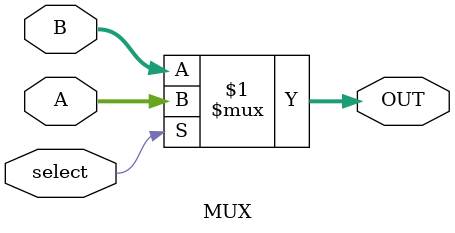
<source format=v>
module MUX #(parameter WIDTH = 32) (
		select,
		A,
		B,
		OUT
	);

input select;
input [ WIDTH - 1 : 0 ] A;
input [ WIDTH - 1 : 0 ] B;

output [ WIDTH - 1 : 0 ] OUT;

assign OUT = (select) ? A : B;

endmodule

</source>
